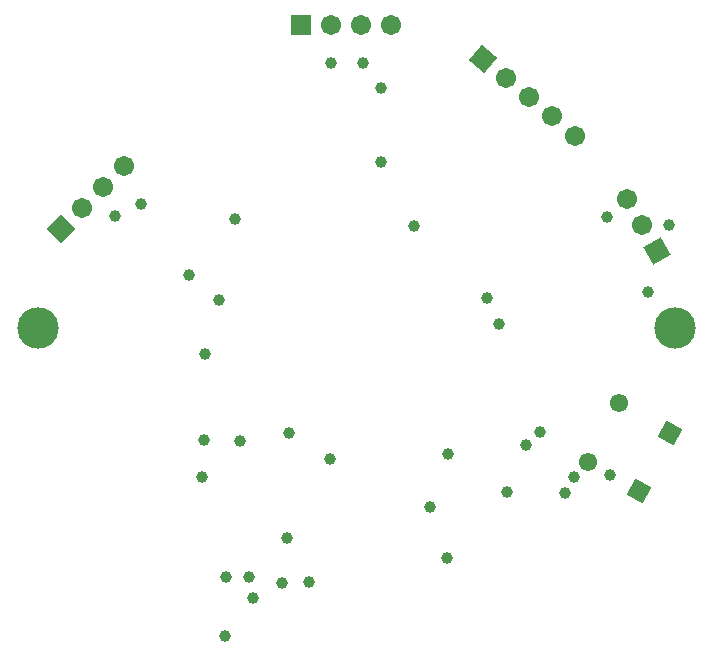
<source format=gbs>
G04*
G04 #@! TF.GenerationSoftware,Altium Limited,Altium Designer,18.1.7 (191)*
G04*
G04 Layer_Color=16711935*
%FSLAX44Y44*%
%MOMM*%
G71*
G01*
G75*
%ADD30R,1.7032X1.7032*%
%ADD31C,1.7032*%
%ADD32P,2.4087X4X365.0*%
%ADD33P,2.4087X4X165.0*%
%ADD34P,2.4087X4X90.0*%
%ADD35C,1.5532*%
%ADD36P,2.1966X4X195.0*%
%ADD37C,1.0032*%
%ADD38C,3.5032*%
D30*
X-46990Y256540D02*
D03*
D31*
X-21590D02*
D03*
X3810D02*
D03*
X29210D02*
D03*
X126593Y211907D02*
D03*
X146050Y195580D02*
D03*
X165508Y179253D02*
D03*
X184965Y162927D02*
D03*
X228600Y109627D02*
D03*
X241300Y87630D02*
D03*
X-232410Y101600D02*
D03*
X-214450Y119561D02*
D03*
X-196489Y137521D02*
D03*
D32*
X107135Y228234D02*
D03*
D33*
X254000Y65633D02*
D03*
D34*
X-250371Y83639D02*
D03*
D35*
X222189Y-63700D02*
D03*
X195519Y-113230D02*
D03*
D36*
X265491Y-88700D02*
D03*
X238821Y-138230D02*
D03*
D37*
X76200Y-194310D02*
D03*
X77470Y-106680D02*
D03*
X20320Y140970D02*
D03*
Y203200D02*
D03*
X5080Y224790D02*
D03*
X48260Y86360D02*
D03*
X212090Y93980D02*
D03*
X-40640Y-214630D02*
D03*
X246380Y30480D02*
D03*
X264221Y87630D02*
D03*
X120650Y3810D02*
D03*
X-57150Y-88700D02*
D03*
X-98620Y-95840D02*
D03*
X-22860Y-110490D02*
D03*
X-110790Y-210820D02*
D03*
X-58620Y-177800D02*
D03*
X-129540Y-94780D02*
D03*
X-128270Y-21590D02*
D03*
X-102660Y92500D02*
D03*
X-142240Y44617D02*
D03*
X-182670Y105410D02*
D03*
X214630Y-124460D02*
D03*
X143510Y-99060D02*
D03*
X176530Y-139700D02*
D03*
X184150Y-126170D02*
D03*
X154940Y-87630D02*
D03*
X-116840Y24130D02*
D03*
X-21590Y224790D02*
D03*
X-130620Y-126170D02*
D03*
X-204387Y94977D02*
D03*
X62230Y-151130D02*
D03*
X127200Y-138430D02*
D03*
X110490Y25400D02*
D03*
X-63500Y-215900D02*
D03*
X-87630Y-228600D02*
D03*
X-91440Y-210820D02*
D03*
X-111100Y-260960D02*
D03*
D38*
X-270000Y0D02*
D03*
X270000D02*
D03*
M02*

</source>
